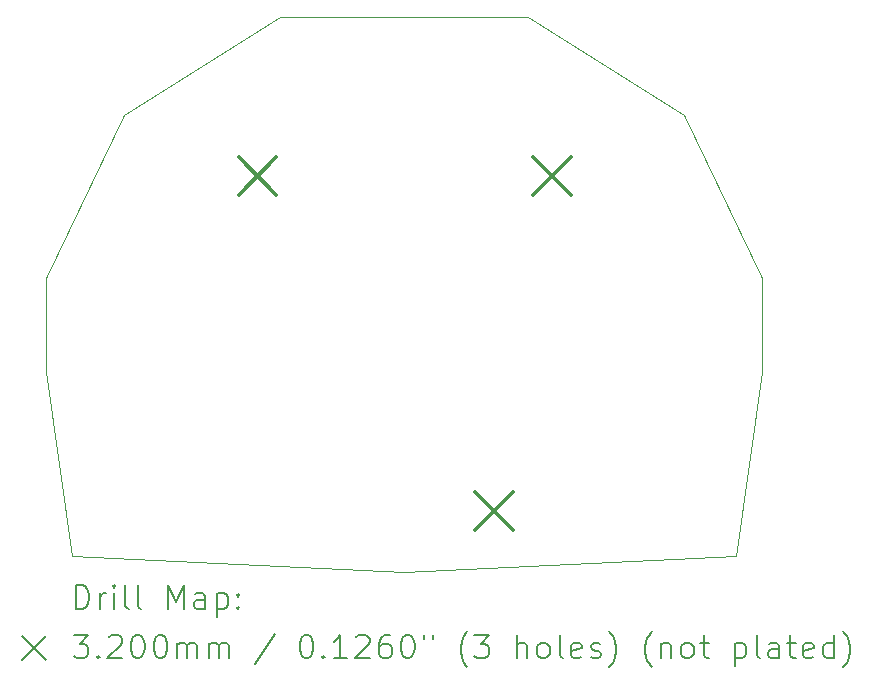
<source format=gbr>
%FSLAX45Y45*%
G04 Gerber Fmt 4.5, Leading zero omitted, Abs format (unit mm)*
G04 Created by KiCad (PCBNEW 6.0.4-6f826c9f35~116~ubuntu20.04.1) date 2022-04-29 21:32:25*
%MOMM*%
%LPD*%
G01*
G04 APERTURE LIST*
%TA.AperFunction,Profile*%
%ADD10C,0.100000*%
%TD*%
%ADD11C,0.200000*%
%ADD12C,0.320000*%
G04 APERTURE END LIST*
D10*
X1780000Y-4690000D02*
X1780000Y-3890000D01*
X2440000Y-2510000D02*
X3760000Y-1680000D01*
X2000000Y-6250000D02*
X1780000Y-4690000D01*
X3760000Y-1680000D02*
X5860000Y-1680000D01*
X1780000Y-3890000D02*
X2440000Y-2510000D01*
X7840000Y-4690000D02*
X7620000Y-6250000D01*
X5860000Y-1680000D02*
X7180000Y-2510000D01*
X7180000Y-2510000D02*
X7840000Y-3890000D01*
X4810000Y-6380000D02*
X7620000Y-6250000D01*
X7840000Y-3890000D02*
X7840000Y-4690000D01*
X2000000Y-6250000D02*
X4810000Y-6380000D01*
D11*
D12*
X3410000Y-2870000D02*
X3730000Y-3190000D01*
X3730000Y-2870000D02*
X3410000Y-3190000D01*
X5410800Y-5710000D02*
X5730800Y-6030000D01*
X5730800Y-5710000D02*
X5410800Y-6030000D01*
X5900000Y-2870000D02*
X6220000Y-3190000D01*
X6220000Y-2870000D02*
X5900000Y-3190000D01*
D11*
X2032619Y-6695476D02*
X2032619Y-6495476D01*
X2080238Y-6495476D01*
X2108810Y-6505000D01*
X2127857Y-6524048D01*
X2137381Y-6543095D01*
X2146905Y-6581190D01*
X2146905Y-6609762D01*
X2137381Y-6647857D01*
X2127857Y-6666905D01*
X2108810Y-6685952D01*
X2080238Y-6695476D01*
X2032619Y-6695476D01*
X2232619Y-6695476D02*
X2232619Y-6562143D01*
X2232619Y-6600238D02*
X2242143Y-6581190D01*
X2251667Y-6571667D01*
X2270714Y-6562143D01*
X2289762Y-6562143D01*
X2356429Y-6695476D02*
X2356429Y-6562143D01*
X2356429Y-6495476D02*
X2346905Y-6505000D01*
X2356429Y-6514524D01*
X2365952Y-6505000D01*
X2356429Y-6495476D01*
X2356429Y-6514524D01*
X2480238Y-6695476D02*
X2461190Y-6685952D01*
X2451667Y-6666905D01*
X2451667Y-6495476D01*
X2585000Y-6695476D02*
X2565952Y-6685952D01*
X2556429Y-6666905D01*
X2556429Y-6495476D01*
X2813571Y-6695476D02*
X2813571Y-6495476D01*
X2880238Y-6638333D01*
X2946905Y-6495476D01*
X2946905Y-6695476D01*
X3127857Y-6695476D02*
X3127857Y-6590714D01*
X3118333Y-6571667D01*
X3099286Y-6562143D01*
X3061190Y-6562143D01*
X3042143Y-6571667D01*
X3127857Y-6685952D02*
X3108809Y-6695476D01*
X3061190Y-6695476D01*
X3042143Y-6685952D01*
X3032619Y-6666905D01*
X3032619Y-6647857D01*
X3042143Y-6628809D01*
X3061190Y-6619286D01*
X3108809Y-6619286D01*
X3127857Y-6609762D01*
X3223095Y-6562143D02*
X3223095Y-6762143D01*
X3223095Y-6571667D02*
X3242143Y-6562143D01*
X3280238Y-6562143D01*
X3299286Y-6571667D01*
X3308809Y-6581190D01*
X3318333Y-6600238D01*
X3318333Y-6657381D01*
X3308809Y-6676428D01*
X3299286Y-6685952D01*
X3280238Y-6695476D01*
X3242143Y-6695476D01*
X3223095Y-6685952D01*
X3404048Y-6676428D02*
X3413571Y-6685952D01*
X3404048Y-6695476D01*
X3394524Y-6685952D01*
X3404048Y-6676428D01*
X3404048Y-6695476D01*
X3404048Y-6571667D02*
X3413571Y-6581190D01*
X3404048Y-6590714D01*
X3394524Y-6581190D01*
X3404048Y-6571667D01*
X3404048Y-6590714D01*
X1575000Y-6925000D02*
X1775000Y-7125000D01*
X1775000Y-6925000D02*
X1575000Y-7125000D01*
X2013571Y-6915476D02*
X2137381Y-6915476D01*
X2070714Y-6991667D01*
X2099286Y-6991667D01*
X2118333Y-7001190D01*
X2127857Y-7010714D01*
X2137381Y-7029762D01*
X2137381Y-7077381D01*
X2127857Y-7096428D01*
X2118333Y-7105952D01*
X2099286Y-7115476D01*
X2042143Y-7115476D01*
X2023095Y-7105952D01*
X2013571Y-7096428D01*
X2223095Y-7096428D02*
X2232619Y-7105952D01*
X2223095Y-7115476D01*
X2213571Y-7105952D01*
X2223095Y-7096428D01*
X2223095Y-7115476D01*
X2308810Y-6934524D02*
X2318333Y-6925000D01*
X2337381Y-6915476D01*
X2385000Y-6915476D01*
X2404048Y-6925000D01*
X2413571Y-6934524D01*
X2423095Y-6953571D01*
X2423095Y-6972619D01*
X2413571Y-7001190D01*
X2299286Y-7115476D01*
X2423095Y-7115476D01*
X2546905Y-6915476D02*
X2565952Y-6915476D01*
X2585000Y-6925000D01*
X2594524Y-6934524D01*
X2604048Y-6953571D01*
X2613571Y-6991667D01*
X2613571Y-7039286D01*
X2604048Y-7077381D01*
X2594524Y-7096428D01*
X2585000Y-7105952D01*
X2565952Y-7115476D01*
X2546905Y-7115476D01*
X2527857Y-7105952D01*
X2518333Y-7096428D01*
X2508810Y-7077381D01*
X2499286Y-7039286D01*
X2499286Y-6991667D01*
X2508810Y-6953571D01*
X2518333Y-6934524D01*
X2527857Y-6925000D01*
X2546905Y-6915476D01*
X2737381Y-6915476D02*
X2756429Y-6915476D01*
X2775476Y-6925000D01*
X2785000Y-6934524D01*
X2794524Y-6953571D01*
X2804048Y-6991667D01*
X2804048Y-7039286D01*
X2794524Y-7077381D01*
X2785000Y-7096428D01*
X2775476Y-7105952D01*
X2756429Y-7115476D01*
X2737381Y-7115476D01*
X2718333Y-7105952D01*
X2708810Y-7096428D01*
X2699286Y-7077381D01*
X2689762Y-7039286D01*
X2689762Y-6991667D01*
X2699286Y-6953571D01*
X2708810Y-6934524D01*
X2718333Y-6925000D01*
X2737381Y-6915476D01*
X2889762Y-7115476D02*
X2889762Y-6982143D01*
X2889762Y-7001190D02*
X2899286Y-6991667D01*
X2918333Y-6982143D01*
X2946905Y-6982143D01*
X2965952Y-6991667D01*
X2975476Y-7010714D01*
X2975476Y-7115476D01*
X2975476Y-7010714D02*
X2985000Y-6991667D01*
X3004048Y-6982143D01*
X3032619Y-6982143D01*
X3051667Y-6991667D01*
X3061190Y-7010714D01*
X3061190Y-7115476D01*
X3156428Y-7115476D02*
X3156428Y-6982143D01*
X3156428Y-7001190D02*
X3165952Y-6991667D01*
X3185000Y-6982143D01*
X3213571Y-6982143D01*
X3232619Y-6991667D01*
X3242143Y-7010714D01*
X3242143Y-7115476D01*
X3242143Y-7010714D02*
X3251667Y-6991667D01*
X3270714Y-6982143D01*
X3299286Y-6982143D01*
X3318333Y-6991667D01*
X3327857Y-7010714D01*
X3327857Y-7115476D01*
X3718333Y-6905952D02*
X3546905Y-7163095D01*
X3975476Y-6915476D02*
X3994524Y-6915476D01*
X4013571Y-6925000D01*
X4023095Y-6934524D01*
X4032619Y-6953571D01*
X4042143Y-6991667D01*
X4042143Y-7039286D01*
X4032619Y-7077381D01*
X4023095Y-7096428D01*
X4013571Y-7105952D01*
X3994524Y-7115476D01*
X3975476Y-7115476D01*
X3956428Y-7105952D01*
X3946905Y-7096428D01*
X3937381Y-7077381D01*
X3927857Y-7039286D01*
X3927857Y-6991667D01*
X3937381Y-6953571D01*
X3946905Y-6934524D01*
X3956428Y-6925000D01*
X3975476Y-6915476D01*
X4127857Y-7096428D02*
X4137381Y-7105952D01*
X4127857Y-7115476D01*
X4118333Y-7105952D01*
X4127857Y-7096428D01*
X4127857Y-7115476D01*
X4327857Y-7115476D02*
X4213571Y-7115476D01*
X4270714Y-7115476D02*
X4270714Y-6915476D01*
X4251667Y-6944048D01*
X4232619Y-6963095D01*
X4213571Y-6972619D01*
X4404048Y-6934524D02*
X4413571Y-6925000D01*
X4432619Y-6915476D01*
X4480238Y-6915476D01*
X4499286Y-6925000D01*
X4508810Y-6934524D01*
X4518333Y-6953571D01*
X4518333Y-6972619D01*
X4508810Y-7001190D01*
X4394524Y-7115476D01*
X4518333Y-7115476D01*
X4689762Y-6915476D02*
X4651667Y-6915476D01*
X4632619Y-6925000D01*
X4623095Y-6934524D01*
X4604048Y-6963095D01*
X4594524Y-7001190D01*
X4594524Y-7077381D01*
X4604048Y-7096428D01*
X4613571Y-7105952D01*
X4632619Y-7115476D01*
X4670714Y-7115476D01*
X4689762Y-7105952D01*
X4699286Y-7096428D01*
X4708810Y-7077381D01*
X4708810Y-7029762D01*
X4699286Y-7010714D01*
X4689762Y-7001190D01*
X4670714Y-6991667D01*
X4632619Y-6991667D01*
X4613571Y-7001190D01*
X4604048Y-7010714D01*
X4594524Y-7029762D01*
X4832619Y-6915476D02*
X4851667Y-6915476D01*
X4870714Y-6925000D01*
X4880238Y-6934524D01*
X4889762Y-6953571D01*
X4899286Y-6991667D01*
X4899286Y-7039286D01*
X4889762Y-7077381D01*
X4880238Y-7096428D01*
X4870714Y-7105952D01*
X4851667Y-7115476D01*
X4832619Y-7115476D01*
X4813571Y-7105952D01*
X4804048Y-7096428D01*
X4794524Y-7077381D01*
X4785000Y-7039286D01*
X4785000Y-6991667D01*
X4794524Y-6953571D01*
X4804048Y-6934524D01*
X4813571Y-6925000D01*
X4832619Y-6915476D01*
X4975476Y-6915476D02*
X4975476Y-6953571D01*
X5051667Y-6915476D02*
X5051667Y-6953571D01*
X5346905Y-7191667D02*
X5337381Y-7182143D01*
X5318333Y-7153571D01*
X5308810Y-7134524D01*
X5299286Y-7105952D01*
X5289762Y-7058333D01*
X5289762Y-7020238D01*
X5299286Y-6972619D01*
X5308810Y-6944048D01*
X5318333Y-6925000D01*
X5337381Y-6896428D01*
X5346905Y-6886905D01*
X5404048Y-6915476D02*
X5527857Y-6915476D01*
X5461190Y-6991667D01*
X5489762Y-6991667D01*
X5508810Y-7001190D01*
X5518333Y-7010714D01*
X5527857Y-7029762D01*
X5527857Y-7077381D01*
X5518333Y-7096428D01*
X5508810Y-7105952D01*
X5489762Y-7115476D01*
X5432619Y-7115476D01*
X5413571Y-7105952D01*
X5404048Y-7096428D01*
X5765952Y-7115476D02*
X5765952Y-6915476D01*
X5851667Y-7115476D02*
X5851667Y-7010714D01*
X5842143Y-6991667D01*
X5823095Y-6982143D01*
X5794524Y-6982143D01*
X5775476Y-6991667D01*
X5765952Y-7001190D01*
X5975476Y-7115476D02*
X5956428Y-7105952D01*
X5946905Y-7096428D01*
X5937381Y-7077381D01*
X5937381Y-7020238D01*
X5946905Y-7001190D01*
X5956428Y-6991667D01*
X5975476Y-6982143D01*
X6004048Y-6982143D01*
X6023095Y-6991667D01*
X6032619Y-7001190D01*
X6042143Y-7020238D01*
X6042143Y-7077381D01*
X6032619Y-7096428D01*
X6023095Y-7105952D01*
X6004048Y-7115476D01*
X5975476Y-7115476D01*
X6156428Y-7115476D02*
X6137381Y-7105952D01*
X6127857Y-7086905D01*
X6127857Y-6915476D01*
X6308809Y-7105952D02*
X6289762Y-7115476D01*
X6251667Y-7115476D01*
X6232619Y-7105952D01*
X6223095Y-7086905D01*
X6223095Y-7010714D01*
X6232619Y-6991667D01*
X6251667Y-6982143D01*
X6289762Y-6982143D01*
X6308809Y-6991667D01*
X6318333Y-7010714D01*
X6318333Y-7029762D01*
X6223095Y-7048809D01*
X6394524Y-7105952D02*
X6413571Y-7115476D01*
X6451667Y-7115476D01*
X6470714Y-7105952D01*
X6480238Y-7086905D01*
X6480238Y-7077381D01*
X6470714Y-7058333D01*
X6451667Y-7048809D01*
X6423095Y-7048809D01*
X6404048Y-7039286D01*
X6394524Y-7020238D01*
X6394524Y-7010714D01*
X6404048Y-6991667D01*
X6423095Y-6982143D01*
X6451667Y-6982143D01*
X6470714Y-6991667D01*
X6546905Y-7191667D02*
X6556428Y-7182143D01*
X6575476Y-7153571D01*
X6585000Y-7134524D01*
X6594524Y-7105952D01*
X6604048Y-7058333D01*
X6604048Y-7020238D01*
X6594524Y-6972619D01*
X6585000Y-6944048D01*
X6575476Y-6925000D01*
X6556428Y-6896428D01*
X6546905Y-6886905D01*
X6908809Y-7191667D02*
X6899286Y-7182143D01*
X6880238Y-7153571D01*
X6870714Y-7134524D01*
X6861190Y-7105952D01*
X6851667Y-7058333D01*
X6851667Y-7020238D01*
X6861190Y-6972619D01*
X6870714Y-6944048D01*
X6880238Y-6925000D01*
X6899286Y-6896428D01*
X6908809Y-6886905D01*
X6985000Y-6982143D02*
X6985000Y-7115476D01*
X6985000Y-7001190D02*
X6994524Y-6991667D01*
X7013571Y-6982143D01*
X7042143Y-6982143D01*
X7061190Y-6991667D01*
X7070714Y-7010714D01*
X7070714Y-7115476D01*
X7194524Y-7115476D02*
X7175476Y-7105952D01*
X7165952Y-7096428D01*
X7156428Y-7077381D01*
X7156428Y-7020238D01*
X7165952Y-7001190D01*
X7175476Y-6991667D01*
X7194524Y-6982143D01*
X7223095Y-6982143D01*
X7242143Y-6991667D01*
X7251667Y-7001190D01*
X7261190Y-7020238D01*
X7261190Y-7077381D01*
X7251667Y-7096428D01*
X7242143Y-7105952D01*
X7223095Y-7115476D01*
X7194524Y-7115476D01*
X7318333Y-6982143D02*
X7394524Y-6982143D01*
X7346905Y-6915476D02*
X7346905Y-7086905D01*
X7356428Y-7105952D01*
X7375476Y-7115476D01*
X7394524Y-7115476D01*
X7613571Y-6982143D02*
X7613571Y-7182143D01*
X7613571Y-6991667D02*
X7632619Y-6982143D01*
X7670714Y-6982143D01*
X7689762Y-6991667D01*
X7699286Y-7001190D01*
X7708809Y-7020238D01*
X7708809Y-7077381D01*
X7699286Y-7096428D01*
X7689762Y-7105952D01*
X7670714Y-7115476D01*
X7632619Y-7115476D01*
X7613571Y-7105952D01*
X7823095Y-7115476D02*
X7804048Y-7105952D01*
X7794524Y-7086905D01*
X7794524Y-6915476D01*
X7985000Y-7115476D02*
X7985000Y-7010714D01*
X7975476Y-6991667D01*
X7956428Y-6982143D01*
X7918333Y-6982143D01*
X7899286Y-6991667D01*
X7985000Y-7105952D02*
X7965952Y-7115476D01*
X7918333Y-7115476D01*
X7899286Y-7105952D01*
X7889762Y-7086905D01*
X7889762Y-7067857D01*
X7899286Y-7048809D01*
X7918333Y-7039286D01*
X7965952Y-7039286D01*
X7985000Y-7029762D01*
X8051667Y-6982143D02*
X8127857Y-6982143D01*
X8080238Y-6915476D02*
X8080238Y-7086905D01*
X8089762Y-7105952D01*
X8108809Y-7115476D01*
X8127857Y-7115476D01*
X8270714Y-7105952D02*
X8251667Y-7115476D01*
X8213571Y-7115476D01*
X8194524Y-7105952D01*
X8185000Y-7086905D01*
X8185000Y-7010714D01*
X8194524Y-6991667D01*
X8213571Y-6982143D01*
X8251667Y-6982143D01*
X8270714Y-6991667D01*
X8280238Y-7010714D01*
X8280238Y-7029762D01*
X8185000Y-7048809D01*
X8451667Y-7115476D02*
X8451667Y-6915476D01*
X8451667Y-7105952D02*
X8432619Y-7115476D01*
X8394524Y-7115476D01*
X8375476Y-7105952D01*
X8365952Y-7096428D01*
X8356428Y-7077381D01*
X8356428Y-7020238D01*
X8365952Y-7001190D01*
X8375476Y-6991667D01*
X8394524Y-6982143D01*
X8432619Y-6982143D01*
X8451667Y-6991667D01*
X8527857Y-7191667D02*
X8537381Y-7182143D01*
X8556429Y-7153571D01*
X8565952Y-7134524D01*
X8575476Y-7105952D01*
X8585000Y-7058333D01*
X8585000Y-7020238D01*
X8575476Y-6972619D01*
X8565952Y-6944048D01*
X8556429Y-6925000D01*
X8537381Y-6896428D01*
X8527857Y-6886905D01*
M02*

</source>
